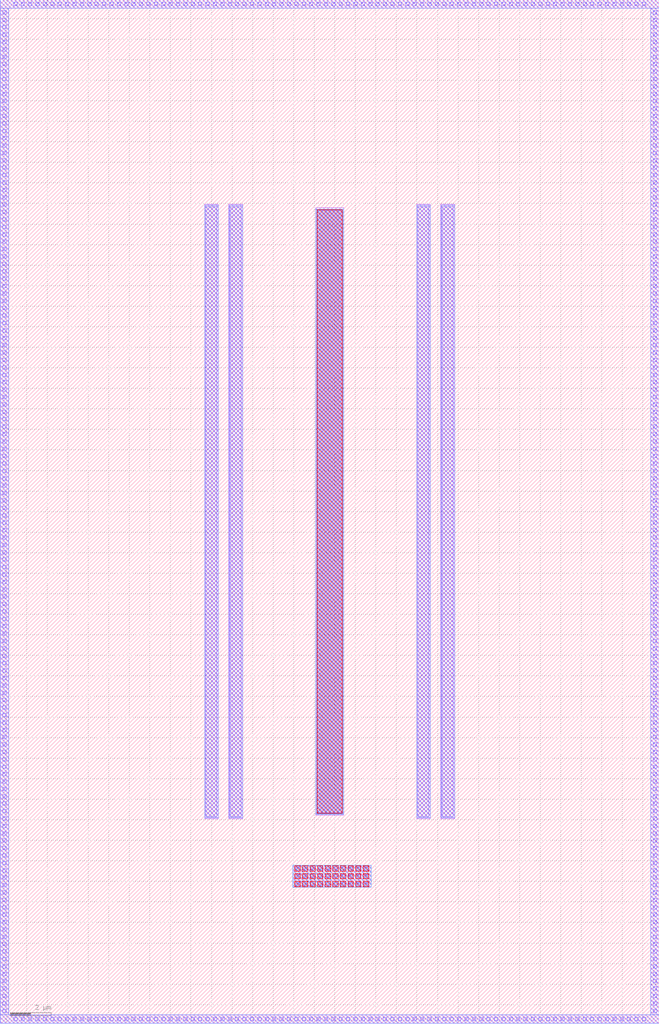
<source format=lef>
# Copyright 2020 The SkyWater PDK Authors
#
# Licensed under the Apache License, Version 2.0 (the "License");
# you may not use this file except in compliance with the License.
# You may obtain a copy of the License at
#
#     https://www.apache.org/licenses/LICENSE-2.0
#
# Unless required by applicable law or agreed to in writing, software
# distributed under the License is distributed on an "AS IS" BASIS,
# WITHOUT WARRANTIES OR CONDITIONS OF ANY KIND, either express or implied.
# See the License for the specific language governing permissions and
# limitations under the License.
#
# SPDX-License-Identifier: Apache-2.0

VERSION 5.7 ;
  NOWIREEXTENSIONATPIN ON ;
  DIVIDERCHAR "/" ;
  BUSBITCHARS "[]" ;
MACRO sky130_fd_pr__rf_nfet_20v0_withptap_iso
  CLASS BLOCK ;
  FOREIGN sky130_fd_pr__rf_nfet_20v0_withptap_iso ;
  ORIGIN  15.29000  9.910000 ;
  SIZE  32.08000 BY  49.82500 ;
  OBS
    LAYER li1 ;
      RECT -15.290000 -9.910000  16.790000 -9.500000 ;
      RECT -15.290000 -9.500000 -14.880000 39.505000 ;
      RECT -15.290000 39.505000  16.790000 39.915000 ;
      RECT  -5.340000  0.045000  -4.670000 29.955000 ;
      RECT  -4.150000  0.045000  -3.480000 29.955000 ;
      RECT  -1.045000 -3.285000   2.775000 -2.215000 ;
      RECT   0.075000  0.215000   1.425000 29.785000 ;
      RECT   4.980000  0.045000   5.650000 29.955000 ;
      RECT   6.170000  0.045000   6.840000 29.955000 ;
      RECT  16.380000 -9.500000  16.790000 39.505000 ;
    LAYER mcon ;
      RECT -15.170000 -9.385000 -15.000000 -9.215000 ;
      RECT -15.170000 -9.025000 -15.000000 -8.855000 ;
      RECT -15.170000 -8.665000 -15.000000 -8.495000 ;
      RECT -15.170000 -8.305000 -15.000000 -8.135000 ;
      RECT -15.170000 -7.945000 -15.000000 -7.775000 ;
      RECT -15.170000 -7.585000 -15.000000 -7.415000 ;
      RECT -15.170000 -7.225000 -15.000000 -7.055000 ;
      RECT -15.170000 -6.865000 -15.000000 -6.695000 ;
      RECT -15.170000 -6.505000 -15.000000 -6.335000 ;
      RECT -15.170000 -6.145000 -15.000000 -5.975000 ;
      RECT -15.170000 -5.785000 -15.000000 -5.615000 ;
      RECT -15.170000 -5.425000 -15.000000 -5.255000 ;
      RECT -15.170000 -5.065000 -15.000000 -4.895000 ;
      RECT -15.170000 -4.705000 -15.000000 -4.535000 ;
      RECT -15.170000 -4.345000 -15.000000 -4.175000 ;
      RECT -15.170000 -3.985000 -15.000000 -3.815000 ;
      RECT -15.170000 -3.625000 -15.000000 -3.455000 ;
      RECT -15.170000 -3.265000 -15.000000 -3.095000 ;
      RECT -15.170000 -2.905000 -15.000000 -2.735000 ;
      RECT -15.170000 -2.545000 -15.000000 -2.375000 ;
      RECT -15.170000 -2.185000 -15.000000 -2.015000 ;
      RECT -15.170000 -1.825000 -15.000000 -1.655000 ;
      RECT -15.170000 -1.465000 -15.000000 -1.295000 ;
      RECT -15.170000 -1.105000 -15.000000 -0.935000 ;
      RECT -15.170000 -0.745000 -15.000000 -0.575000 ;
      RECT -15.170000 -0.385000 -15.000000 -0.215000 ;
      RECT -15.170000 -0.025000 -15.000000  0.145000 ;
      RECT -15.170000  0.335000 -15.000000  0.505000 ;
      RECT -15.170000  0.695000 -15.000000  0.865000 ;
      RECT -15.170000  1.055000 -15.000000  1.225000 ;
      RECT -15.170000  1.415000 -15.000000  1.585000 ;
      RECT -15.170000  1.775000 -15.000000  1.945000 ;
      RECT -15.170000  2.135000 -15.000000  2.305000 ;
      RECT -15.170000  2.495000 -15.000000  2.665000 ;
      RECT -15.170000  2.855000 -15.000000  3.025000 ;
      RECT -15.170000  3.215000 -15.000000  3.385000 ;
      RECT -15.170000  3.575000 -15.000000  3.745000 ;
      RECT -15.170000  3.935000 -15.000000  4.105000 ;
      RECT -15.170000  4.295000 -15.000000  4.465000 ;
      RECT -15.170000  4.655000 -15.000000  4.825000 ;
      RECT -15.170000  5.015000 -15.000000  5.185000 ;
      RECT -15.170000  5.375000 -15.000000  5.545000 ;
      RECT -15.170000  5.735000 -15.000000  5.905000 ;
      RECT -15.170000  6.095000 -15.000000  6.265000 ;
      RECT -15.170000  6.455000 -15.000000  6.625000 ;
      RECT -15.170000  6.815000 -15.000000  6.985000 ;
      RECT -15.170000  7.175000 -15.000000  7.345000 ;
      RECT -15.170000  7.535000 -15.000000  7.705000 ;
      RECT -15.170000  7.895000 -15.000000  8.065000 ;
      RECT -15.170000  8.255000 -15.000000  8.425000 ;
      RECT -15.170000  8.615000 -15.000000  8.785000 ;
      RECT -15.170000  8.975000 -15.000000  9.145000 ;
      RECT -15.170000  9.335000 -15.000000  9.505000 ;
      RECT -15.170000  9.695000 -15.000000  9.865000 ;
      RECT -15.170000 10.055000 -15.000000 10.225000 ;
      RECT -15.170000 10.415000 -15.000000 10.585000 ;
      RECT -15.170000 10.775000 -15.000000 10.945000 ;
      RECT -15.170000 11.135000 -15.000000 11.305000 ;
      RECT -15.170000 11.495000 -15.000000 11.665000 ;
      RECT -15.170000 11.855000 -15.000000 12.025000 ;
      RECT -15.170000 12.215000 -15.000000 12.385000 ;
      RECT -15.170000 12.575000 -15.000000 12.745000 ;
      RECT -15.170000 12.935000 -15.000000 13.105000 ;
      RECT -15.170000 13.295000 -15.000000 13.465000 ;
      RECT -15.170000 13.655000 -15.000000 13.825000 ;
      RECT -15.170000 14.015000 -15.000000 14.185000 ;
      RECT -15.170000 14.375000 -15.000000 14.545000 ;
      RECT -15.170000 14.735000 -15.000000 14.905000 ;
      RECT -15.170000 15.095000 -15.000000 15.265000 ;
      RECT -15.170000 15.455000 -15.000000 15.625000 ;
      RECT -15.170000 15.815000 -15.000000 15.985000 ;
      RECT -15.170000 16.175000 -15.000000 16.345000 ;
      RECT -15.170000 16.535000 -15.000000 16.705000 ;
      RECT -15.170000 16.895000 -15.000000 17.065000 ;
      RECT -15.170000 17.255000 -15.000000 17.425000 ;
      RECT -15.170000 17.615000 -15.000000 17.785000 ;
      RECT -15.170000 17.975000 -15.000000 18.145000 ;
      RECT -15.170000 18.335000 -15.000000 18.505000 ;
      RECT -15.170000 18.695000 -15.000000 18.865000 ;
      RECT -15.170000 19.055000 -15.000000 19.225000 ;
      RECT -15.170000 19.415000 -15.000000 19.585000 ;
      RECT -15.170000 19.775000 -15.000000 19.945000 ;
      RECT -15.170000 20.135000 -15.000000 20.305000 ;
      RECT -15.170000 20.495000 -15.000000 20.665000 ;
      RECT -15.170000 20.855000 -15.000000 21.025000 ;
      RECT -15.170000 21.215000 -15.000000 21.385000 ;
      RECT -15.170000 21.575000 -15.000000 21.745000 ;
      RECT -15.170000 21.935000 -15.000000 22.105000 ;
      RECT -15.170000 22.295000 -15.000000 22.465000 ;
      RECT -15.170000 22.655000 -15.000000 22.825000 ;
      RECT -15.170000 23.015000 -15.000000 23.185000 ;
      RECT -15.170000 23.375000 -15.000000 23.545000 ;
      RECT -15.170000 23.735000 -15.000000 23.905000 ;
      RECT -15.170000 24.095000 -15.000000 24.265000 ;
      RECT -15.170000 24.455000 -15.000000 24.625000 ;
      RECT -15.170000 24.815000 -15.000000 24.985000 ;
      RECT -15.170000 25.175000 -15.000000 25.345000 ;
      RECT -15.170000 25.535000 -15.000000 25.705000 ;
      RECT -15.170000 25.895000 -15.000000 26.065000 ;
      RECT -15.170000 26.255000 -15.000000 26.425000 ;
      RECT -15.170000 26.615000 -15.000000 26.785000 ;
      RECT -15.170000 26.975000 -15.000000 27.145000 ;
      RECT -15.170000 27.335000 -15.000000 27.505000 ;
      RECT -15.170000 27.695000 -15.000000 27.865000 ;
      RECT -15.170000 28.055000 -15.000000 28.225000 ;
      RECT -15.170000 28.415000 -15.000000 28.585000 ;
      RECT -15.170000 28.775000 -15.000000 28.945000 ;
      RECT -15.170000 29.135000 -15.000000 29.305000 ;
      RECT -15.170000 29.495000 -15.000000 29.665000 ;
      RECT -15.170000 29.855000 -15.000000 30.025000 ;
      RECT -15.170000 30.215000 -15.000000 30.385000 ;
      RECT -15.170000 30.575000 -15.000000 30.745000 ;
      RECT -15.170000 30.935000 -15.000000 31.105000 ;
      RECT -15.170000 31.295000 -15.000000 31.465000 ;
      RECT -15.170000 31.655000 -15.000000 31.825000 ;
      RECT -15.170000 32.015000 -15.000000 32.185000 ;
      RECT -15.170000 32.375000 -15.000000 32.545000 ;
      RECT -15.170000 32.735000 -15.000000 32.905000 ;
      RECT -15.170000 33.095000 -15.000000 33.265000 ;
      RECT -15.170000 33.455000 -15.000000 33.625000 ;
      RECT -15.170000 33.815000 -15.000000 33.985000 ;
      RECT -15.170000 34.175000 -15.000000 34.345000 ;
      RECT -15.170000 34.535000 -15.000000 34.705000 ;
      RECT -15.170000 34.895000 -15.000000 35.065000 ;
      RECT -15.170000 35.255000 -15.000000 35.425000 ;
      RECT -15.170000 35.615000 -15.000000 35.785000 ;
      RECT -15.170000 35.975000 -15.000000 36.145000 ;
      RECT -15.170000 36.335000 -15.000000 36.505000 ;
      RECT -15.170000 36.695000 -15.000000 36.865000 ;
      RECT -15.170000 37.055000 -15.000000 37.225000 ;
      RECT -15.170000 37.415000 -15.000000 37.585000 ;
      RECT -15.170000 37.775000 -15.000000 37.945000 ;
      RECT -15.170000 38.135000 -15.000000 38.305000 ;
      RECT -15.170000 38.495000 -15.000000 38.665000 ;
      RECT -15.170000 38.855000 -15.000000 39.025000 ;
      RECT -15.170000 39.215000 -15.000000 39.385000 ;
      RECT -14.635000 -9.790000 -14.465000 -9.620000 ;
      RECT -14.635000 39.625000 -14.465000 39.795000 ;
      RECT -14.275000 -9.790000 -14.105000 -9.620000 ;
      RECT -14.275000 39.625000 -14.105000 39.795000 ;
      RECT -13.915000 -9.790000 -13.745000 -9.620000 ;
      RECT -13.915000 39.625000 -13.745000 39.795000 ;
      RECT -13.555000 -9.790000 -13.385000 -9.620000 ;
      RECT -13.555000 39.625000 -13.385000 39.795000 ;
      RECT -13.195000 -9.790000 -13.025000 -9.620000 ;
      RECT -13.195000 39.625000 -13.025000 39.795000 ;
      RECT -12.835000 -9.790000 -12.665000 -9.620000 ;
      RECT -12.835000 39.625000 -12.665000 39.795000 ;
      RECT -12.475000 -9.790000 -12.305000 -9.620000 ;
      RECT -12.475000 39.625000 -12.305000 39.795000 ;
      RECT -12.115000 -9.790000 -11.945000 -9.620000 ;
      RECT -12.115000 39.625000 -11.945000 39.795000 ;
      RECT -11.755000 -9.790000 -11.585000 -9.620000 ;
      RECT -11.755000 39.625000 -11.585000 39.795000 ;
      RECT -11.395000 -9.790000 -11.225000 -9.620000 ;
      RECT -11.395000 39.625000 -11.225000 39.795000 ;
      RECT -11.035000 -9.790000 -10.865000 -9.620000 ;
      RECT -11.035000 39.625000 -10.865000 39.795000 ;
      RECT -10.675000 -9.790000 -10.505000 -9.620000 ;
      RECT -10.675000 39.625000 -10.505000 39.795000 ;
      RECT -10.315000 -9.790000 -10.145000 -9.620000 ;
      RECT -10.315000 39.625000 -10.145000 39.795000 ;
      RECT  -9.955000 -9.790000  -9.785000 -9.620000 ;
      RECT  -9.955000 39.625000  -9.785000 39.795000 ;
      RECT  -9.595000 -9.790000  -9.425000 -9.620000 ;
      RECT  -9.595000 39.625000  -9.425000 39.795000 ;
      RECT  -9.235000 -9.790000  -9.065000 -9.620000 ;
      RECT  -9.235000 39.625000  -9.065000 39.795000 ;
      RECT  -8.875000 -9.790000  -8.705000 -9.620000 ;
      RECT  -8.875000 39.625000  -8.705000 39.795000 ;
      RECT  -8.515000 -9.790000  -8.345000 -9.620000 ;
      RECT  -8.515000 39.625000  -8.345000 39.795000 ;
      RECT  -8.155000 -9.790000  -7.985000 -9.620000 ;
      RECT  -8.155000 39.625000  -7.985000 39.795000 ;
      RECT  -7.795000 -9.790000  -7.625000 -9.620000 ;
      RECT  -7.795000 39.625000  -7.625000 39.795000 ;
      RECT  -7.435000 -9.790000  -7.265000 -9.620000 ;
      RECT  -7.435000 39.625000  -7.265000 39.795000 ;
      RECT  -7.075000 -9.790000  -6.905000 -9.620000 ;
      RECT  -7.075000 39.625000  -6.905000 39.795000 ;
      RECT  -6.715000 -9.790000  -6.545000 -9.620000 ;
      RECT  -6.715000 39.625000  -6.545000 39.795000 ;
      RECT  -6.355000 -9.790000  -6.185000 -9.620000 ;
      RECT  -6.355000 39.625000  -6.185000 39.795000 ;
      RECT  -5.995000 -9.790000  -5.825000 -9.620000 ;
      RECT  -5.995000 39.625000  -5.825000 39.795000 ;
      RECT  -5.635000 -9.790000  -5.465000 -9.620000 ;
      RECT  -5.635000 39.625000  -5.465000 39.795000 ;
      RECT  -5.275000 -9.790000  -5.105000 -9.620000 ;
      RECT  -5.275000 39.625000  -5.105000 39.795000 ;
      RECT  -5.270000  0.155000  -4.740000 29.845000 ;
      RECT  -4.915000 -9.790000  -4.745000 -9.620000 ;
      RECT  -4.915000 39.625000  -4.745000 39.795000 ;
      RECT  -4.555000 -9.790000  -4.385000 -9.620000 ;
      RECT  -4.555000 39.625000  -4.385000 39.795000 ;
      RECT  -4.195000 -9.790000  -4.025000 -9.620000 ;
      RECT  -4.195000 39.625000  -4.025000 39.795000 ;
      RECT  -4.080000  0.155000  -3.550000 29.845000 ;
      RECT  -3.835000 -9.790000  -3.665000 -9.620000 ;
      RECT  -3.835000 39.625000  -3.665000 39.795000 ;
      RECT  -3.475000 -9.790000  -3.305000 -9.620000 ;
      RECT  -3.475000 39.625000  -3.305000 39.795000 ;
      RECT  -3.115000 -9.790000  -2.945000 -9.620000 ;
      RECT  -3.115000 39.625000  -2.945000 39.795000 ;
      RECT  -2.755000 -9.790000  -2.585000 -9.620000 ;
      RECT  -2.755000 39.625000  -2.585000 39.795000 ;
      RECT  -2.395000 -9.790000  -2.225000 -9.620000 ;
      RECT  -2.395000 39.625000  -2.225000 39.795000 ;
      RECT  -2.035000 -9.790000  -1.865000 -9.620000 ;
      RECT  -2.035000 39.625000  -1.865000 39.795000 ;
      RECT  -1.675000 -9.790000  -1.505000 -9.620000 ;
      RECT  -1.675000 39.625000  -1.505000 39.795000 ;
      RECT  -1.315000 -9.790000  -1.145000 -9.620000 ;
      RECT  -1.315000 39.625000  -1.145000 39.795000 ;
      RECT  -0.955000 -9.790000  -0.785000 -9.620000 ;
      RECT  -0.955000 39.625000  -0.785000 39.795000 ;
      RECT  -0.900000 -3.205000  -0.730000 -3.035000 ;
      RECT  -0.900000 -2.835000  -0.730000 -2.665000 ;
      RECT  -0.900000 -2.465000  -0.730000 -2.295000 ;
      RECT  -0.595000 -9.790000  -0.425000 -9.620000 ;
      RECT  -0.595000 39.625000  -0.425000 39.795000 ;
      RECT  -0.530000 -3.205000  -0.360000 -3.035000 ;
      RECT  -0.530000 -2.835000  -0.360000 -2.665000 ;
      RECT  -0.530000 -2.465000  -0.360000 -2.295000 ;
      RECT  -0.235000 -9.790000  -0.065000 -9.620000 ;
      RECT  -0.235000 39.625000  -0.065000 39.795000 ;
      RECT  -0.160000 -3.205000   0.010000 -3.035000 ;
      RECT  -0.160000 -2.835000   0.010000 -2.665000 ;
      RECT  -0.160000 -2.465000   0.010000 -2.295000 ;
      RECT   0.125000 -9.790000   0.295000 -9.620000 ;
      RECT   0.125000  0.335000   1.375000 29.665000 ;
      RECT   0.125000 39.625000   0.295000 39.795000 ;
      RECT   0.210000 -3.205000   0.380000 -3.035000 ;
      RECT   0.210000 -2.835000   0.380000 -2.665000 ;
      RECT   0.210000 -2.465000   0.380000 -2.295000 ;
      RECT   0.485000 -9.790000   0.655000 -9.620000 ;
      RECT   0.485000 39.625000   0.655000 39.795000 ;
      RECT   0.580000 -3.205000   0.750000 -3.035000 ;
      RECT   0.580000 -2.835000   0.750000 -2.665000 ;
      RECT   0.580000 -2.465000   0.750000 -2.295000 ;
      RECT   0.845000 -9.790000   1.015000 -9.620000 ;
      RECT   0.845000 39.625000   1.015000 39.795000 ;
      RECT   0.950000 -3.205000   1.120000 -3.035000 ;
      RECT   0.950000 -2.835000   1.120000 -2.665000 ;
      RECT   0.950000 -2.465000   1.120000 -2.295000 ;
      RECT   1.205000 -9.790000   1.375000 -9.620000 ;
      RECT   1.205000 39.625000   1.375000 39.795000 ;
      RECT   1.320000 -3.205000   1.490000 -3.035000 ;
      RECT   1.320000 -2.835000   1.490000 -2.665000 ;
      RECT   1.320000 -2.465000   1.490000 -2.295000 ;
      RECT   1.565000 -9.790000   1.735000 -9.620000 ;
      RECT   1.565000 39.625000   1.735000 39.795000 ;
      RECT   1.690000 -3.205000   1.860000 -3.035000 ;
      RECT   1.690000 -2.835000   1.860000 -2.665000 ;
      RECT   1.690000 -2.465000   1.860000 -2.295000 ;
      RECT   1.925000 -9.790000   2.095000 -9.620000 ;
      RECT   1.925000 39.625000   2.095000 39.795000 ;
      RECT   2.060000 -3.205000   2.230000 -3.035000 ;
      RECT   2.060000 -2.835000   2.230000 -2.665000 ;
      RECT   2.060000 -2.465000   2.230000 -2.295000 ;
      RECT   2.285000 -9.790000   2.455000 -9.620000 ;
      RECT   2.285000 39.625000   2.455000 39.795000 ;
      RECT   2.430000 -3.205000   2.600000 -3.035000 ;
      RECT   2.430000 -2.835000   2.600000 -2.665000 ;
      RECT   2.430000 -2.465000   2.600000 -2.295000 ;
      RECT   2.645000 -9.790000   2.815000 -9.620000 ;
      RECT   2.645000 39.625000   2.815000 39.795000 ;
      RECT   3.005000 -9.790000   3.175000 -9.620000 ;
      RECT   3.005000 39.625000   3.175000 39.795000 ;
      RECT   3.365000 -9.790000   3.535000 -9.620000 ;
      RECT   3.365000 39.625000   3.535000 39.795000 ;
      RECT   3.725000 -9.790000   3.895000 -9.620000 ;
      RECT   3.725000 39.625000   3.895000 39.795000 ;
      RECT   4.085000 -9.790000   4.255000 -9.620000 ;
      RECT   4.085000 39.625000   4.255000 39.795000 ;
      RECT   4.445000 -9.790000   4.615000 -9.620000 ;
      RECT   4.445000 39.625000   4.615000 39.795000 ;
      RECT   4.805000 -9.790000   4.975000 -9.620000 ;
      RECT   4.805000 39.625000   4.975000 39.795000 ;
      RECT   5.050000  0.155000   5.580000 29.845000 ;
      RECT   5.165000 -9.790000   5.335000 -9.620000 ;
      RECT   5.165000 39.625000   5.335000 39.795000 ;
      RECT   5.525000 -9.790000   5.695000 -9.620000 ;
      RECT   5.525000 39.625000   5.695000 39.795000 ;
      RECT   5.885000 -9.790000   6.055000 -9.620000 ;
      RECT   5.885000 39.625000   6.055000 39.795000 ;
      RECT   6.240000  0.155000   6.770000 29.845000 ;
      RECT   6.245000 -9.790000   6.415000 -9.620000 ;
      RECT   6.245000 39.625000   6.415000 39.795000 ;
      RECT   6.605000 -9.790000   6.775000 -9.620000 ;
      RECT   6.605000 39.625000   6.775000 39.795000 ;
      RECT   6.965000 -9.790000   7.135000 -9.620000 ;
      RECT   6.965000 39.625000   7.135000 39.795000 ;
      RECT   7.325000 -9.790000   7.495000 -9.620000 ;
      RECT   7.325000 39.625000   7.495000 39.795000 ;
      RECT   7.685000 -9.790000   7.855000 -9.620000 ;
      RECT   7.685000 39.625000   7.855000 39.795000 ;
      RECT   8.045000 -9.790000   8.215000 -9.620000 ;
      RECT   8.045000 39.625000   8.215000 39.795000 ;
      RECT   8.405000 -9.790000   8.575000 -9.620000 ;
      RECT   8.405000 39.625000   8.575000 39.795000 ;
      RECT   8.765000 -9.790000   8.935000 -9.620000 ;
      RECT   8.765000 39.625000   8.935000 39.795000 ;
      RECT   9.125000 -9.790000   9.295000 -9.620000 ;
      RECT   9.125000 39.625000   9.295000 39.795000 ;
      RECT   9.485000 -9.790000   9.655000 -9.620000 ;
      RECT   9.485000 39.625000   9.655000 39.795000 ;
      RECT   9.845000 -9.790000  10.015000 -9.620000 ;
      RECT   9.845000 39.625000  10.015000 39.795000 ;
      RECT  10.205000 -9.790000  10.375000 -9.620000 ;
      RECT  10.205000 39.625000  10.375000 39.795000 ;
      RECT  10.565000 -9.790000  10.735000 -9.620000 ;
      RECT  10.565000 39.625000  10.735000 39.795000 ;
      RECT  10.925000 -9.790000  11.095000 -9.620000 ;
      RECT  10.925000 39.625000  11.095000 39.795000 ;
      RECT  11.285000 -9.790000  11.455000 -9.620000 ;
      RECT  11.285000 39.625000  11.455000 39.795000 ;
      RECT  11.645000 -9.790000  11.815000 -9.620000 ;
      RECT  11.645000 39.625000  11.815000 39.795000 ;
      RECT  12.005000 -9.790000  12.175000 -9.620000 ;
      RECT  12.005000 39.625000  12.175000 39.795000 ;
      RECT  12.365000 -9.790000  12.535000 -9.620000 ;
      RECT  12.365000 39.625000  12.535000 39.795000 ;
      RECT  12.725000 -9.790000  12.895000 -9.620000 ;
      RECT  12.725000 39.625000  12.895000 39.795000 ;
      RECT  13.085000 -9.790000  13.255000 -9.620000 ;
      RECT  13.085000 39.625000  13.255000 39.795000 ;
      RECT  13.445000 -9.790000  13.615000 -9.620000 ;
      RECT  13.445000 39.625000  13.615000 39.795000 ;
      RECT  13.805000 -9.790000  13.975000 -9.620000 ;
      RECT  13.805000 39.625000  13.975000 39.795000 ;
      RECT  14.165000 -9.790000  14.335000 -9.620000 ;
      RECT  14.165000 39.625000  14.335000 39.795000 ;
      RECT  14.525000 -9.790000  14.695000 -9.620000 ;
      RECT  14.525000 39.625000  14.695000 39.795000 ;
      RECT  14.885000 -9.790000  15.055000 -9.620000 ;
      RECT  14.885000 39.625000  15.055000 39.795000 ;
      RECT  15.245000 -9.790000  15.415000 -9.620000 ;
      RECT  15.245000 39.625000  15.415000 39.795000 ;
      RECT  15.605000 -9.790000  15.775000 -9.620000 ;
      RECT  15.605000 39.625000  15.775000 39.795000 ;
      RECT  15.965000 -9.790000  16.135000 -9.620000 ;
      RECT  15.965000 39.625000  16.135000 39.795000 ;
      RECT  16.500000 -9.385000  16.670000 -9.215000 ;
      RECT  16.500000 -9.025000  16.670000 -8.855000 ;
      RECT  16.500000 -8.665000  16.670000 -8.495000 ;
      RECT  16.500000 -8.305000  16.670000 -8.135000 ;
      RECT  16.500000 -7.945000  16.670000 -7.775000 ;
      RECT  16.500000 -7.585000  16.670000 -7.415000 ;
      RECT  16.500000 -7.225000  16.670000 -7.055000 ;
      RECT  16.500000 -6.865000  16.670000 -6.695000 ;
      RECT  16.500000 -6.505000  16.670000 -6.335000 ;
      RECT  16.500000 -6.145000  16.670000 -5.975000 ;
      RECT  16.500000 -5.785000  16.670000 -5.615000 ;
      RECT  16.500000 -5.425000  16.670000 -5.255000 ;
      RECT  16.500000 -5.065000  16.670000 -4.895000 ;
      RECT  16.500000 -4.705000  16.670000 -4.535000 ;
      RECT  16.500000 -4.345000  16.670000 -4.175000 ;
      RECT  16.500000 -3.985000  16.670000 -3.815000 ;
      RECT  16.500000 -3.625000  16.670000 -3.455000 ;
      RECT  16.500000 -3.265000  16.670000 -3.095000 ;
      RECT  16.500000 -2.905000  16.670000 -2.735000 ;
      RECT  16.500000 -2.545000  16.670000 -2.375000 ;
      RECT  16.500000 -2.185000  16.670000 -2.015000 ;
      RECT  16.500000 -1.825000  16.670000 -1.655000 ;
      RECT  16.500000 -1.465000  16.670000 -1.295000 ;
      RECT  16.500000 -1.105000  16.670000 -0.935000 ;
      RECT  16.500000 -0.745000  16.670000 -0.575000 ;
      RECT  16.500000 -0.385000  16.670000 -0.215000 ;
      RECT  16.500000 -0.025000  16.670000  0.145000 ;
      RECT  16.500000  0.335000  16.670000  0.505000 ;
      RECT  16.500000  0.695000  16.670000  0.865000 ;
      RECT  16.500000  1.055000  16.670000  1.225000 ;
      RECT  16.500000  1.415000  16.670000  1.585000 ;
      RECT  16.500000  1.775000  16.670000  1.945000 ;
      RECT  16.500000  2.135000  16.670000  2.305000 ;
      RECT  16.500000  2.495000  16.670000  2.665000 ;
      RECT  16.500000  2.855000  16.670000  3.025000 ;
      RECT  16.500000  3.215000  16.670000  3.385000 ;
      RECT  16.500000  3.575000  16.670000  3.745000 ;
      RECT  16.500000  3.935000  16.670000  4.105000 ;
      RECT  16.500000  4.295000  16.670000  4.465000 ;
      RECT  16.500000  4.655000  16.670000  4.825000 ;
      RECT  16.500000  5.015000  16.670000  5.185000 ;
      RECT  16.500000  5.375000  16.670000  5.545000 ;
      RECT  16.500000  5.735000  16.670000  5.905000 ;
      RECT  16.500000  6.095000  16.670000  6.265000 ;
      RECT  16.500000  6.455000  16.670000  6.625000 ;
      RECT  16.500000  6.815000  16.670000  6.985000 ;
      RECT  16.500000  7.175000  16.670000  7.345000 ;
      RECT  16.500000  7.535000  16.670000  7.705000 ;
      RECT  16.500000  7.895000  16.670000  8.065000 ;
      RECT  16.500000  8.255000  16.670000  8.425000 ;
      RECT  16.500000  8.615000  16.670000  8.785000 ;
      RECT  16.500000  8.975000  16.670000  9.145000 ;
      RECT  16.500000  9.335000  16.670000  9.505000 ;
      RECT  16.500000  9.695000  16.670000  9.865000 ;
      RECT  16.500000 10.055000  16.670000 10.225000 ;
      RECT  16.500000 10.415000  16.670000 10.585000 ;
      RECT  16.500000 10.775000  16.670000 10.945000 ;
      RECT  16.500000 11.135000  16.670000 11.305000 ;
      RECT  16.500000 11.495000  16.670000 11.665000 ;
      RECT  16.500000 11.855000  16.670000 12.025000 ;
      RECT  16.500000 12.215000  16.670000 12.385000 ;
      RECT  16.500000 12.575000  16.670000 12.745000 ;
      RECT  16.500000 12.935000  16.670000 13.105000 ;
      RECT  16.500000 13.295000  16.670000 13.465000 ;
      RECT  16.500000 13.655000  16.670000 13.825000 ;
      RECT  16.500000 14.015000  16.670000 14.185000 ;
      RECT  16.500000 14.375000  16.670000 14.545000 ;
      RECT  16.500000 14.735000  16.670000 14.905000 ;
      RECT  16.500000 15.095000  16.670000 15.265000 ;
      RECT  16.500000 15.455000  16.670000 15.625000 ;
      RECT  16.500000 15.815000  16.670000 15.985000 ;
      RECT  16.500000 16.175000  16.670000 16.345000 ;
      RECT  16.500000 16.535000  16.670000 16.705000 ;
      RECT  16.500000 16.895000  16.670000 17.065000 ;
      RECT  16.500000 17.255000  16.670000 17.425000 ;
      RECT  16.500000 17.615000  16.670000 17.785000 ;
      RECT  16.500000 17.975000  16.670000 18.145000 ;
      RECT  16.500000 18.335000  16.670000 18.505000 ;
      RECT  16.500000 18.695000  16.670000 18.865000 ;
      RECT  16.500000 19.055000  16.670000 19.225000 ;
      RECT  16.500000 19.415000  16.670000 19.585000 ;
      RECT  16.500000 19.775000  16.670000 19.945000 ;
      RECT  16.500000 20.135000  16.670000 20.305000 ;
      RECT  16.500000 20.495000  16.670000 20.665000 ;
      RECT  16.500000 20.855000  16.670000 21.025000 ;
      RECT  16.500000 21.215000  16.670000 21.385000 ;
      RECT  16.500000 21.575000  16.670000 21.745000 ;
      RECT  16.500000 21.935000  16.670000 22.105000 ;
      RECT  16.500000 22.295000  16.670000 22.465000 ;
      RECT  16.500000 22.655000  16.670000 22.825000 ;
      RECT  16.500000 23.015000  16.670000 23.185000 ;
      RECT  16.500000 23.375000  16.670000 23.545000 ;
      RECT  16.500000 23.735000  16.670000 23.905000 ;
      RECT  16.500000 24.095000  16.670000 24.265000 ;
      RECT  16.500000 24.455000  16.670000 24.625000 ;
      RECT  16.500000 24.815000  16.670000 24.985000 ;
      RECT  16.500000 25.175000  16.670000 25.345000 ;
      RECT  16.500000 25.535000  16.670000 25.705000 ;
      RECT  16.500000 25.895000  16.670000 26.065000 ;
      RECT  16.500000 26.255000  16.670000 26.425000 ;
      RECT  16.500000 26.615000  16.670000 26.785000 ;
      RECT  16.500000 26.975000  16.670000 27.145000 ;
      RECT  16.500000 27.335000  16.670000 27.505000 ;
      RECT  16.500000 27.695000  16.670000 27.865000 ;
      RECT  16.500000 28.055000  16.670000 28.225000 ;
      RECT  16.500000 28.415000  16.670000 28.585000 ;
      RECT  16.500000 28.775000  16.670000 28.945000 ;
      RECT  16.500000 29.135000  16.670000 29.305000 ;
      RECT  16.500000 29.495000  16.670000 29.665000 ;
      RECT  16.500000 29.855000  16.670000 30.025000 ;
      RECT  16.500000 30.215000  16.670000 30.385000 ;
      RECT  16.500000 30.575000  16.670000 30.745000 ;
      RECT  16.500000 30.935000  16.670000 31.105000 ;
      RECT  16.500000 31.295000  16.670000 31.465000 ;
      RECT  16.500000 31.655000  16.670000 31.825000 ;
      RECT  16.500000 32.015000  16.670000 32.185000 ;
      RECT  16.500000 32.375000  16.670000 32.545000 ;
      RECT  16.500000 32.735000  16.670000 32.905000 ;
      RECT  16.500000 33.095000  16.670000 33.265000 ;
      RECT  16.500000 33.455000  16.670000 33.625000 ;
      RECT  16.500000 33.815000  16.670000 33.985000 ;
      RECT  16.500000 34.175000  16.670000 34.345000 ;
      RECT  16.500000 34.535000  16.670000 34.705000 ;
      RECT  16.500000 34.895000  16.670000 35.065000 ;
      RECT  16.500000 35.255000  16.670000 35.425000 ;
      RECT  16.500000 35.615000  16.670000 35.785000 ;
      RECT  16.500000 35.975000  16.670000 36.145000 ;
      RECT  16.500000 36.335000  16.670000 36.505000 ;
      RECT  16.500000 36.695000  16.670000 36.865000 ;
      RECT  16.500000 37.055000  16.670000 37.225000 ;
      RECT  16.500000 37.415000  16.670000 37.585000 ;
      RECT  16.500000 37.775000  16.670000 37.945000 ;
      RECT  16.500000 38.135000  16.670000 38.305000 ;
      RECT  16.500000 38.495000  16.670000 38.665000 ;
      RECT  16.500000 38.855000  16.670000 39.025000 ;
      RECT  16.500000 39.215000  16.670000 39.385000 ;
    LAYER met1 ;
      RECT -15.290000 -9.910000  16.790000 -9.500000 ;
      RECT -15.290000 -9.500000 -14.880000 39.505000 ;
      RECT -15.290000 39.505000  16.790000 39.915000 ;
      RECT  -5.330000  0.095000  -4.680000 29.905000 ;
      RECT  -4.140000  0.095000  -3.490000 29.905000 ;
      RECT  -1.045000 -3.285000   2.775000 -2.215000 ;
      RECT   0.065000  0.275000   1.435000 29.725000 ;
      RECT   4.990000  0.095000   5.640000 29.905000 ;
      RECT   6.180000  0.095000   6.830000 29.905000 ;
      RECT  16.380000 -9.500000  16.790000 39.505000 ;
    LAYER met2 ;
      RECT -1.045000 -3.285000 2.775000 -2.215000 ;
      RECT  0.110000  0.285000 1.390000 29.725000 ;
    LAYER via ;
      RECT -0.945000 -3.250000 -0.685000 -2.990000 ;
      RECT -0.945000 -2.880000 -0.685000 -2.620000 ;
      RECT -0.945000 -2.510000 -0.685000 -2.250000 ;
      RECT -0.575000 -3.250000 -0.315000 -2.990000 ;
      RECT -0.575000 -2.880000 -0.315000 -2.620000 ;
      RECT -0.575000 -2.510000 -0.315000 -2.250000 ;
      RECT -0.205000 -3.250000  0.055000 -2.990000 ;
      RECT -0.205000 -2.880000  0.055000 -2.620000 ;
      RECT -0.205000 -2.510000  0.055000 -2.250000 ;
      RECT  0.140000  0.315000  1.360000 29.695000 ;
      RECT  0.165000 -3.250000  0.425000 -2.990000 ;
      RECT  0.165000 -2.880000  0.425000 -2.620000 ;
      RECT  0.165000 -2.510000  0.425000 -2.250000 ;
      RECT  0.535000 -3.250000  0.795000 -2.990000 ;
      RECT  0.535000 -2.880000  0.795000 -2.620000 ;
      RECT  0.535000 -2.510000  0.795000 -2.250000 ;
      RECT  0.905000 -3.250000  1.165000 -2.990000 ;
      RECT  0.905000 -2.880000  1.165000 -2.620000 ;
      RECT  0.905000 -2.510000  1.165000 -2.250000 ;
      RECT  1.275000 -3.250000  1.535000 -2.990000 ;
      RECT  1.275000 -2.880000  1.535000 -2.620000 ;
      RECT  1.275000 -2.510000  1.535000 -2.250000 ;
      RECT  1.645000 -3.250000  1.905000 -2.990000 ;
      RECT  1.645000 -2.880000  1.905000 -2.620000 ;
      RECT  1.645000 -2.510000  1.905000 -2.250000 ;
      RECT  2.015000 -3.250000  2.275000 -2.990000 ;
      RECT  2.015000 -2.880000  2.275000 -2.620000 ;
      RECT  2.015000 -2.510000  2.275000 -2.250000 ;
      RECT  2.385000 -3.250000  2.645000 -2.990000 ;
      RECT  2.385000 -2.880000  2.645000 -2.620000 ;
      RECT  2.385000 -2.510000  2.645000 -2.250000 ;
  END
END sky130_fd_pr__rf_nfet_20v0_withptap_iso
END LIBRARY

</source>
